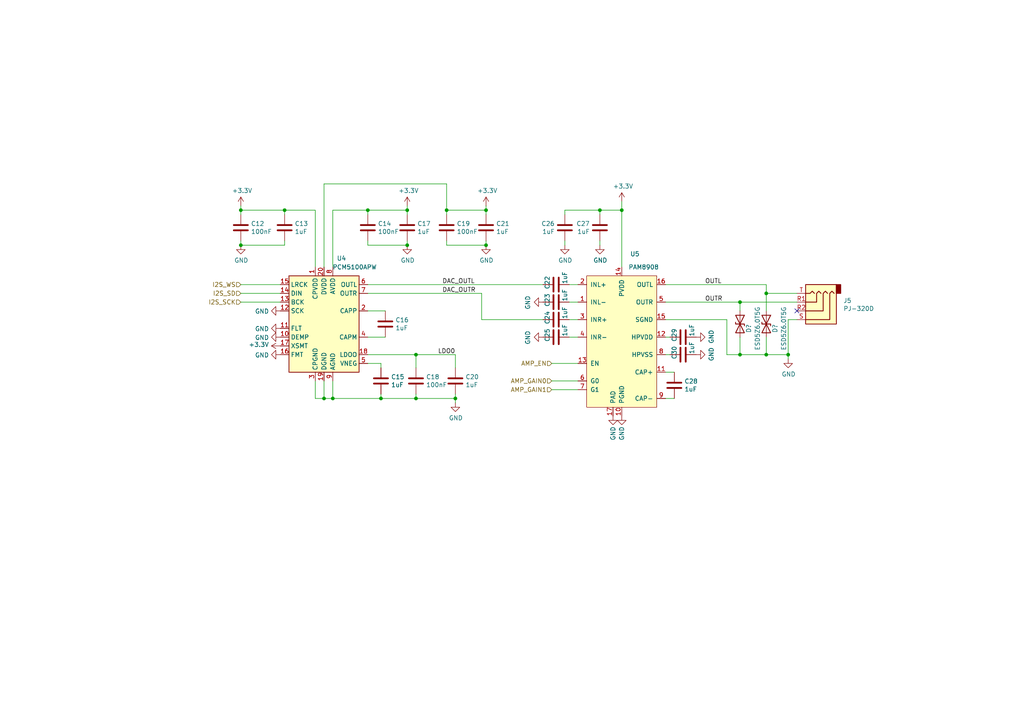
<source format=kicad_sch>
(kicad_sch (version 20230221) (generator eeschema)
  (paper "A4")
  (lib_symbols
    (symbol "Audio:PCM5100"
      (property "Reference" "U" (at -10.16 13.97 0))
      (property "Value" "PCM5100" (at 3.81 13.97 0))
      (symbol "PCM5100_0_1"
        (rectangle (start -10.16 12.7) (end 10.16 -15.24) (stroke (width 0.254)) (fill (type background)))
      )
      (symbol "PCM5100_1_1"
        (pin passive line (at -2.54 15.24 270) (length 2.54) (name "CPVDD") (number "1"))
        (pin input line (at -12.7 -5.08 0) (length 2.54) (name "DEMP") (number "10"))
        (pin input line (at -12.7 -2.54 0) (length 2.54) (name "FLT") (number "11"))
        (pin input line (at -12.7 2.54 0) (length 2.54) (name "SCK") (number "12"))
        (pin input line (at -12.7 5.08 0) (length 2.54) (name "BCK") (number "13"))
        (pin input line (at -12.7 7.62 0) (length 2.54) (name "DIN") (number "14"))
        (pin input line (at -12.7 10.16 0) (length 2.54) (name "LRCK") (number "15"))
        (pin input line (at -12.7 -10.16 0) (length 2.54) (name "FMT") (number "16"))
        (pin input line (at -12.7 -7.62 0) (length 2.54) (name "XSMT") (number "17"))
        (pin passive line (at 12.7 -10.16 180) (length 2.54) (name "LDOO") (number "18"))
        (pin power_in line (at 0 -17.78 90) (length 2.54) (name "DGND") (number "19"))
        (pin passive line (at 12.7 2.54 180) (length 2.54) (name "CAPP") (number "2"))
        (pin power_in line (at 0 15.24 270) (length 2.54) (name "DVDD") (number "20"))
        (pin power_in line (at -2.54 -17.78 90) (length 2.54) (name "CPGND") (number "3"))
        (pin passive line (at 12.7 -5.08 180) (length 2.54) (name "CAPM") (number "4"))
        (pin passive line (at 12.7 -12.7 180) (length 2.54) (name "VNEG") (number "5"))
        (pin output line (at 12.7 10.16 180) (length 2.54) (name "OUTL") (number "6"))
        (pin output line (at 12.7 7.62 180) (length 2.54) (name "OUTR") (number "7"))
        (pin power_in line (at 2.54 15.24 270) (length 2.54) (name "AVDD") (number "8"))
        (pin power_in line (at 2.54 -17.78 90) (length 2.54) (name "AGND") (number "9"))
      )
    )
    (symbol "Connector_Audio:AudioJack4"
      (property "Reference" "J" (at 0 8.89 0))
      (property "Value" "AudioJack4" (at 0 6.35 0))
      (symbol "AudioJack4_0_1"
        (rectangle (start -6.35 -5.08) (end -7.62 -7.62) (stroke (width 0.254)) (fill (type outline)))
        (polyline (pts (xy 0 -5.08) (xy 0.635 -5.715) (xy 1.27 -5.08) (xy 2.54 -5.08)) (stroke (width 0.254)))
        (polyline (pts (xy -5.715 -5.08) (xy -5.08 -5.715) (xy -4.445 -5.08) (xy -4.445 2.54) (xy 2.54 2.54)) (stroke (width 0.254)))
        (polyline (pts (xy -1.905 -5.08) (xy -1.27 -5.715) (xy -0.635 -5.08) (xy -0.635 -2.54) (xy 2.54 -2.54)) (stroke (width 0.254)))
        (polyline (pts (xy 2.54 0) (xy -2.54 0) (xy -2.54 -5.08) (xy -3.175 -5.715) (xy -3.81 -5.08)) (stroke (width 0.254)))
        (rectangle (start 2.54 3.81) (end -6.35 -7.62) (stroke (width 0.254)) (fill (type background)))
      )
      (symbol "AudioJack4_1_1"
        (pin passive line (at 5.08 -2.54 180) (length 2.54) (name "~") (number "R1"))
        (pin passive line (at 5.08 0 180) (length 2.54) (name "~") (number "R2"))
        (pin passive line (at 5.08 2.54 180) (length 2.54) (name "~") (number "S"))
        (pin passive line (at 5.08 -5.08 180) (length 2.54) (name "~") (number "T"))
      )
    )
    (symbol "Device:C" (pin_numbers hide) (pin_names (offset 0.254))
      (property "Reference" "C" (at 0.635 2.54 0))
      (property "Value" "C" (at 0.635 -2.54 0))
      (symbol "C_0_1"
        (polyline (pts (xy -2.032 -0.762) (xy 2.032 -0.762)) (stroke (width 0.508)))
        (polyline (pts (xy -2.032 0.762) (xy 2.032 0.762)) (stroke (width 0.508)))
      )
      (symbol "C_1_1"
        (pin passive line (at 0 3.81 270) (length 2.794) (name "~") (number "1"))
        (pin passive line (at 0 -3.81 90) (length 2.794) (name "~") (number "2"))
      )
    )
    (symbol "Device:D_TVS" (pin_numbers hide) (pin_names (offset 1.016) hide)
      (property "Reference" "D" (at 0 2.54 0))
      (property "Value" "D_TVS" (at 0 -2.54 0))
      (symbol "D_TVS_0_1"
        (polyline (pts (xy 1.27 0) (xy -1.27 0)))
        (polyline (pts (xy 0.508 1.27) (xy 0 1.27) (xy 0 -1.27) (xy -0.508 -1.27)) (stroke (width 0.254)))
        (polyline (pts (xy -2.54 1.27) (xy -2.54 -1.27) (xy 2.54 1.27) (xy 2.54 -1.27) (xy -2.54 1.27)) (stroke (width 0.254)))
      )
      (symbol "D_TVS_1_1"
        (pin passive line (at -3.81 0 0) (length 2.54) (name "A1") (number "1"))
        (pin passive line (at 3.81 0 180) (length 2.54) (name "A2") (number "2"))
      )
    )
    (symbol "j_Amplifier_Audio:PAM8908" (pin_names (offset 1.016))
      (property "Reference" "U" (at 2.54 -20.32 0))
      (property "Value" "PAM8908" (at 6.35 -22.86 0))
      (symbol "PAM8908_0_1"
        (rectangle (start -10.16 19.05) (end 10.16 -19.05) (fill (type background)))
      )
      (symbol "PAM8908_1_1"
        (pin input line (at -12.7 11.43 0) (length 2.54) (name "INL-") (number "1"))
        (pin power_in line (at 0 -21.59 90) (length 2.54) (name "PGND") (number "10"))
        (pin output line (at 12.7 -8.89 180) (length 2.54) (name "CAP+") (number "11"))
        (pin power_out line (at 12.7 1.27 180) (length 2.54) (name "HPVDD") (number "12"))
        (pin input line (at -12.7 -6.35 0) (length 2.54) (name "EN") (number "13"))
        (pin power_in line (at 0 21.59 270) (length 2.54) (name "PVDD") (number "14"))
        (pin input line (at 12.7 6.35 180) (length 2.54) (name "SGND") (number "15"))
        (pin output line (at 12.7 16.51 180) (length 2.54) (name "OUTL") (number "16"))
        (pin passive line (at -2.54 -21.59 90) (length 2.54) (name "PAD") (number "17"))
        (pin input line (at -12.7 16.51 0) (length 2.54) (name "INL+") (number "2"))
        (pin input line (at -12.7 6.35 0) (length 2.54) (name "INR+") (number "3"))
        (pin input line (at -12.7 1.27 0) (length 2.54) (name "INR-") (number "4"))
        (pin output line (at 12.7 11.43 180) (length 2.54) (name "OUTR") (number "5"))
        (pin input line (at -12.7 -11.43 0) (length 2.54) (name "G0") (number "6"))
        (pin input line (at -12.7 -13.97 0) (length 2.54) (name "G1") (number "7"))
        (pin output line (at 12.7 -3.81 180) (length 2.54) (name "HPVSS") (number "8"))
        (pin output line (at 12.7 -16.51 180) (length 2.54) (name "CAP-") (number "9"))
      )
    )
    (symbol "power:+3.3V" (power) (pin_names (offset 0))
      (property "Value" "+3.3V" (at 0 3.556 0))
      (symbol "+3.3V_0_1"
        (polyline (pts (xy -0.762 1.27) (xy 0 2.54)))
        (polyline (pts (xy 0 0) (xy 0 2.54)))
        (polyline (pts (xy 0 2.54) (xy 0.762 1.27)))
      )
      (symbol "+3.3V_1_1"
        (pin power_in line (at 0 0 90) (length 0) hide (name "+3.3V") (number "1"))
      )
    )
    (symbol "power:GND" (power) (pin_names (offset 0))
      (property "Value" "GND" (at 0 -3.81 0))
      (symbol "GND_0_1"
        (polyline (pts (xy 0 0) (xy 0 -1.27) (xy 1.27 -1.27) (xy 0 -2.54) (xy -1.27 -1.27) (xy 0 -1.27)))
      )
      (symbol "GND_1_1"
        (pin power_in line (at 0 0 270) (length 0) hide (name "GND") (number "1"))
      )
    )
  )
  (junction (at 93.98 115.57))
  (junction (at 180.34 60.96))
  (junction (at 69.85 60.96))
  (junction (at 214.63 87.63))
  (junction (at 222.25 85.09))
  (junction (at 118.11 71.12))
  (junction (at 132.08 115.57))
  (junction (at 96.52 115.57))
  (junction (at 120.65 115.57))
  (junction (at 214.63 102.87))
  (junction (at 106.68 60.96))
  (junction (at 173.99 60.96))
  (junction (at 140.97 71.12))
  (junction (at 228.6 102.87))
  (junction (at 82.55 60.96))
  (junction (at 110.49 115.57))
  (junction (at 69.85 71.12))
  (junction (at 120.65 102.87))
  (junction (at 129.54 60.96))
  (junction (at 222.25 102.87))
  (junction (at 140.97 60.96))
  (junction (at 118.11 60.96))
  (no_connect (at 231.14 90.17))
  (wire (pts (xy 82.55 62.23) (xy 82.55 60.96)))
  (wire (pts (xy 106.68 82.55) (xy 157.48 82.55)))
  (wire (pts (xy 228.6 104.14) (xy 228.6 102.87)))
  (wire (pts (xy 129.54 53.34) (xy 129.54 60.96)))
  (wire (pts (xy 193.04 87.63) (xy 214.63 87.63)))
  (wire (pts (xy 173.99 71.12) (xy 173.99 69.85)))
  (wire (pts (xy 129.54 62.23) (xy 129.54 60.96)))
  (wire (pts (xy 120.65 115.57) (xy 132.08 115.57)))
  (wire (pts (xy 118.11 59.69) (xy 118.11 60.96)))
  (wire (pts (xy 165.1 97.79) (xy 167.64 97.79)))
  (wire (pts (xy 140.97 59.69) (xy 140.97 60.96)))
  (wire (pts (xy 165.1 92.71) (xy 167.64 92.71)))
  (wire (pts (xy 231.14 92.71) (xy 228.6 92.71)))
  (wire (pts (xy 129.54 69.85) (xy 129.54 71.12)))
  (wire (pts (xy 214.63 97.79) (xy 214.63 102.87)))
  (wire (pts (xy 180.34 58.42) (xy 180.34 60.96)))
  (wire (pts (xy 129.54 60.96) (xy 140.97 60.96)))
  (wire (pts (xy 69.85 69.85) (xy 69.85 71.12)))
  (wire (pts (xy 96.52 60.96) (xy 106.68 60.96)))
  (wire (pts (xy 222.25 102.87) (xy 228.6 102.87)))
  (wire (pts (xy 81.28 87.63) (xy 69.85 87.63)))
  (wire (pts (xy 81.28 85.09) (xy 69.85 85.09)))
  (wire (pts (xy 91.44 77.47) (xy 91.44 60.96)))
  (wire (pts (xy 173.99 60.96) (xy 173.99 62.23)))
  (wire (pts (xy 214.63 87.63) (xy 231.14 87.63)))
  (wire (pts (xy 93.98 115.57) (xy 91.44 115.57)))
  (wire (pts (xy 210.82 92.71) (xy 210.82 102.87)))
  (wire (pts (xy 163.83 60.96) (xy 173.99 60.96)))
  (wire (pts (xy 96.52 77.47) (xy 96.52 60.96)))
  (wire (pts (xy 106.68 69.85) (xy 106.68 71.12)))
  (wire (pts (xy 160.02 113.03) (xy 167.64 113.03)))
  (wire (pts (xy 82.55 71.12) (xy 82.55 69.85)))
  (wire (pts (xy 106.68 102.87) (xy 120.65 102.87)))
  (wire (pts (xy 193.04 102.87) (xy 194.31 102.87)))
  (wire (pts (xy 93.98 53.34) (xy 129.54 53.34)))
  (wire (pts (xy 106.68 71.12) (xy 118.11 71.12)))
  (wire (pts (xy 106.68 62.23) (xy 106.68 60.96)))
  (wire (pts (xy 222.25 85.09) (xy 231.14 85.09)))
  (wire (pts (xy 140.97 71.12) (xy 140.97 69.85)))
  (wire (pts (xy 194.31 97.79) (xy 193.04 97.79)))
  (wire (pts (xy 132.08 102.87) (xy 132.08 106.68)))
  (wire (pts (xy 180.34 60.96) (xy 180.34 77.47)))
  (wire (pts (xy 91.44 115.57) (xy 91.44 110.49)))
  (wire (pts (xy 106.68 90.17) (xy 111.76 90.17)))
  (wire (pts (xy 69.85 59.69) (xy 69.85 60.96)))
  (wire (pts (xy 106.68 85.09) (xy 139.7 85.09)))
  (wire (pts (xy 163.83 71.12) (xy 163.83 69.85)))
  (wire (pts (xy 69.85 60.96) (xy 69.85 62.23)))
  (wire (pts (xy 110.49 114.3) (xy 110.49 115.57)))
  (wire (pts (xy 81.28 82.55) (xy 69.85 82.55)))
  (wire (pts (xy 96.52 110.49) (xy 96.52 115.57)))
  (wire (pts (xy 214.63 87.63) (xy 214.63 90.17)))
  (wire (pts (xy 69.85 71.12) (xy 82.55 71.12)))
  (wire (pts (xy 193.04 92.71) (xy 210.82 92.71)))
  (wire (pts (xy 228.6 92.71) (xy 228.6 102.87)))
  (wire (pts (xy 222.25 90.17) (xy 222.25 85.09)))
  (wire (pts (xy 118.11 71.12) (xy 118.11 69.85)))
  (wire (pts (xy 120.65 114.3) (xy 120.65 115.57)))
  (wire (pts (xy 93.98 110.49) (xy 93.98 115.57)))
  (wire (pts (xy 160.02 105.41) (xy 167.64 105.41)))
  (wire (pts (xy 110.49 105.41) (xy 110.49 106.68)))
  (wire (pts (xy 193.04 115.57) (xy 195.58 115.57)))
  (wire (pts (xy 165.1 82.55) (xy 167.64 82.55)))
  (wire (pts (xy 106.68 97.79) (xy 111.76 97.79)))
  (wire (pts (xy 132.08 115.57) (xy 132.08 116.84)))
  (wire (pts (xy 173.99 60.96) (xy 180.34 60.96)))
  (wire (pts (xy 82.55 60.96) (xy 69.85 60.96)))
  (wire (pts (xy 193.04 107.95) (xy 195.58 107.95)))
  (wire (pts (xy 160.02 110.49) (xy 167.64 110.49)))
  (wire (pts (xy 222.25 97.79) (xy 222.25 102.87)))
  (wire (pts (xy 163.83 62.23) (xy 163.83 60.96)))
  (wire (pts (xy 120.65 106.68) (xy 120.65 102.87)))
  (wire (pts (xy 93.98 77.47) (xy 93.98 53.34)))
  (wire (pts (xy 210.82 102.87) (xy 214.63 102.87)))
  (wire (pts (xy 106.68 105.41) (xy 110.49 105.41)))
  (wire (pts (xy 96.52 115.57) (xy 93.98 115.57)))
  (wire (pts (xy 91.44 60.96) (xy 82.55 60.96)))
  (wire (pts (xy 222.25 82.55) (xy 222.25 85.09)))
  (wire (pts (xy 193.04 82.55) (xy 222.25 82.55)))
  (wire (pts (xy 110.49 115.57) (xy 120.65 115.57)))
  (wire (pts (xy 165.1 87.63) (xy 167.64 87.63)))
  (wire (pts (xy 118.11 60.96) (xy 118.11 62.23)))
  (wire (pts (xy 139.7 85.09) (xy 139.7 92.71)))
  (wire (pts (xy 214.63 102.87) (xy 222.25 102.87)))
  (wire (pts (xy 106.68 60.96) (xy 118.11 60.96)))
  (wire (pts (xy 139.7 92.71) (xy 157.48 92.71)))
  (wire (pts (xy 132.08 115.57) (xy 132.08 114.3)))
  (wire (pts (xy 120.65 102.87) (xy 132.08 102.87)))
  (wire (pts (xy 140.97 60.96) (xy 140.97 62.23)))
  (wire (pts (xy 110.49 115.57) (xy 96.52 115.57)))
  (wire (pts (xy 129.54 71.12) (xy 140.97 71.12)))
  (label "DAC_OUTR" (at 128.27 85.09 0))
  (label "OUTR" (at 204.47 87.63 0))
  (label "OUTL" (at 204.47 82.55 0))
  (label "DAC_OUTL" (at 128.27 82.55 0))
  (label "LDO0" (at 127 102.87 0))
  (hierarchical_label "I2S_SCK" (shape input) (at 69.85 87.63 180))
  (hierarchical_label "AMP_EN" (shape input) (at 160.02 105.41 180))
  (hierarchical_label "AMP_GAIN1" (shape input) (at 160.02 113.03 180))
  (hierarchical_label "I2S_SD" (shape input) (at 69.85 85.09 180))
  (hierarchical_label "I2S_WS" (shape input) (at 69.85 82.55 180))
  (hierarchical_label "AMP_GAIN0" (shape input) (at 160.02 110.49 180))
  (symbol (lib_id "Audio:PCM5100") (at 93.98 92.71 0) (unit 1)
    (property "Reference" "U4" (at 99.06 74.93 0))
    (property "Value" "PCM5100APW" (at 102.87 77.47 0))
    (property "Footprint" "Package_SO:TSSOP-20_4.4x6.5mm_P0.65mm" (effects hide))
    (property "Datasheet" "http://www.ti.com/lit/ds/symlink/pcm5100.pdf" (effects hide))
    (property "MPN" "PCM5100APWR" (effects hide))
    (property "LCSC" "C1540069" (effects hide))
    (property "Manufacturer" "Texas Instruments" (effects hide))
  )
  (symbol (lib_id "Device:C") (at 132.08 110.49 0) (unit 1)
    (property "Reference" "C20" (at 135.001 109.3216 0) (effects (justify left)))
    (property "Value" "1uF" (at 135.001 111.633 0) (effects (justify left)))
    (property "Footprint" "Capacitor_SMD:C_0603_1608Metric" (effects hide))
  )
  (symbol (lib_id "Device:C") (at 120.65 110.49 0) (unit 1)
    (property "Reference" "C18" (at 123.571 109.3216 0) (effects (justify left)))
    (property "Value" "100nF" (at 123.571 111.633 0) (effects (justify left)))
    (property "Footprint" "Capacitor_SMD:C_0402_1005Metric" (effects hide))
  )
  (symbol (lib_id "power:GND") (at 132.08 116.84 0) (unit 1)
    (property "Reference" "#PWR054" (effects hide))
    (property "Value" "GND" (at 132.207 121.2342 0))
  )
  (symbol (lib_id "Device:C") (at 118.11 66.04 0) (unit 1)
    (property "Reference" "C17" (at 121.031 64.8716 0) (effects (justify left)))
    (property "Value" "1uF" (at 121.031 67.183 0) (effects (justify left)))
    (property "Footprint" "Capacitor_SMD:C_0603_1608Metric" (effects hide))
  )
  (symbol (lib_id "Device:C") (at 106.68 66.04 0) (unit 1)
    (property "Reference" "C14" (at 109.601 64.8716 0) (effects (justify left)))
    (property "Value" "100nF" (at 109.601 67.183 0) (effects (justify left)))
    (property "Footprint" "Capacitor_SMD:C_0402_1005Metric" (effects hide))
  )
  (symbol (lib_id "power:GND") (at 118.11 71.12 0) (unit 1)
    (property "Reference" "#PWR053" (effects hide))
    (property "Value" "GND" (at 118.237 75.5142 0))
  )
  (symbol (lib_id "power:+3.3V") (at 118.11 59.69 0) (unit 1)
    (property "Reference" "#PWR052" (effects hide))
    (property "Value" "+3.3V" (at 118.491 55.2958 0))
  )
  (symbol (lib_id "Device:C") (at 111.76 93.98 0) (unit 1)
    (property "Reference" "C16" (at 114.681 92.8116 0) (effects (justify left)))
    (property "Value" "1uF" (at 114.681 95.123 0) (effects (justify left)))
    (property "Footprint" "Capacitor_SMD:C_0603_1608Metric" (effects hide))
  )
  (symbol (lib_id "Device:C") (at 110.49 110.49 0) (unit 1)
    (property "Reference" "C15" (at 113.411 109.3216 0) (effects (justify left)))
    (property "Value" "1uF" (at 113.411 111.633 0) (effects (justify left)))
    (property "Footprint" "Capacitor_SMD:C_0603_1608Metric" (effects hide))
  )
  (symbol (lib_id "power:GND") (at 81.28 90.17 270) (unit 1)
    (property "Reference" "#PWR047" (effects hide))
    (property "Value" "GND" (at 78.0288 90.297 90) (effects (justify right)))
  )
  (symbol (lib_id "power:GND") (at 81.28 95.25 270) (unit 1)
    (property "Reference" "#PWR048" (effects hide))
    (property "Value" "GND" (at 78.0288 95.377 90) (effects (justify right)))
  )
  (symbol (lib_id "power:GND") (at 81.28 102.87 270) (unit 1)
    (property "Reference" "#PWR051" (effects hide))
    (property "Value" "GND" (at 78.0288 102.997 90) (effects (justify right)))
  )
  (symbol (lib_id "power:GND") (at 81.28 97.79 270) (unit 1)
    (property "Reference" "#PWR049" (effects hide))
    (property "Value" "GND" (at 78.0288 97.917 90) (effects (justify right)))
  )
  (symbol (lib_id "power:+3.3V") (at 81.28 100.33 90) (unit 1)
    (property "Reference" "#PWR050" (effects hide))
    (property "Value" "+3.3V" (at 78.0288 99.949 90) (effects (justify left)))
  )
  (symbol (lib_id "Device:C") (at 69.85 66.04 0) (unit 1)
    (property "Reference" "C12" (at 72.771 64.8716 0) (effects (justify left)))
    (property "Value" "100nF" (at 72.771 67.183 0) (effects (justify left)))
    (property "Footprint" "Capacitor_SMD:C_0402_1005Metric" (effects hide))
  )
  (symbol (lib_id "power:GND") (at 177.8 120.65 0) (unit 1)
    (property "Reference" "#PWR061" (effects hide))
    (property "Value" "GND" (at 177.8 125.73 90))
  )
  (symbol (lib_id "j_Amplifier_Audio:PAM8908") (at 180.34 99.06 0) (unit 1)
    (property "Reference" "U5" (at 184.15 73.66 0))
    (property "Value" "PAM8908" (at 186.69 77.47 0))
    (property "Footprint" "Package_DFN_QFN:QFN-16-1EP_3x3mm_P0.5mm_EP1.7x1.7mm" (effects hide))
    (property "MPN" "PAM8908" (effects hide))
    (property "LCSC" "C33233" (effects hide))
    (property "Manufacturer" "Diodes Incorporated" (effects hide))
  )
  (symbol (lib_id "Device:C") (at 195.58 111.76 0) (unit 1)
    (property "Reference" "C28" (at 198.501 110.5916 0) (effects (justify left)))
    (property "Value" "1uF" (at 198.501 112.903 0) (effects (justify left)))
    (property "Footprint" "Capacitor_SMD:C_0603_1608Metric" (effects hide))
  )
  (symbol (lib_id "Device:C") (at 198.12 97.79 270) (unit 1)
    (property "Reference" "C29" (at 195.58 95.25 0) (effects (justify left)))
    (property "Value" "1uF" (at 200.66 93.98 0) (effects (justify left)))
    (property "Footprint" "Capacitor_SMD:C_0603_1608Metric" (effects hide))
  )
  (symbol (lib_id "Device:C") (at 198.12 102.87 270) (unit 1)
    (property "Reference" "C30" (at 195.58 100.33 0) (effects (justify left)))
    (property "Value" "1uF" (at 200.66 99.06 0) (effects (justify left)))
    (property "Footprint" "Capacitor_SMD:C_0603_1608Metric" (effects hide))
  )
  (symbol (lib_id "power:GND") (at 201.93 97.79 90) (unit 1)
    (property "Reference" "#PWR064" (effects hide))
    (property "Value" "GND" (at 206.3242 97.663 0))
  )
  (symbol (lib_id "power:GND") (at 201.93 102.87 90) (unit 1)
    (property "Reference" "#PWR065" (effects hide))
    (property "Value" "GND" (at 206.3242 102.743 0))
  )
  (symbol (lib_id "Device:C") (at 161.29 82.55 270) (unit 1)
    (property "Reference" "C22" (at 158.75 80.01 0) (effects (justify left)))
    (property "Value" "1uF" (at 163.83 78.74 0) (effects (justify left)))
    (property "Footprint" "Capacitor_SMD:C_0603_1608Metric" (effects hide))
  )
  (symbol (lib_id "Device:C") (at 161.29 87.63 270) (unit 1)
    (property "Reference" "C23" (at 158.75 85.09 0) (effects (justify left)))
    (property "Value" "1uF" (at 163.83 83.82 0) (effects (justify left)))
    (property "Footprint" "Capacitor_SMD:C_0603_1608Metric" (effects hide))
  )
  (symbol (lib_id "Device:C") (at 161.29 92.71 270) (unit 1)
    (property "Reference" "C24" (at 158.75 90.17 0) (effects (justify left)))
    (property "Value" "1uF" (at 163.83 88.9 0) (effects (justify left)))
    (property "Footprint" "Capacitor_SMD:C_0603_1608Metric" (effects hide))
  )
  (symbol (lib_id "Device:C") (at 161.29 97.79 270) (unit 1)
    (property "Reference" "C25" (at 158.75 95.25 0) (effects (justify left)))
    (property "Value" "1uF" (at 163.83 93.98 0) (effects (justify left)))
    (property "Footprint" "Capacitor_SMD:C_0603_1608Metric" (effects hide))
  )
  (symbol (lib_id "power:GND") (at 157.48 87.63 270) (unit 1)
    (property "Reference" "#PWR057" (effects hide))
    (property "Value" "GND" (at 153.0858 87.757 0))
  )
  (symbol (lib_id "power:GND") (at 157.48 97.79 270) (unit 1)
    (property "Reference" "#PWR058" (effects hide))
    (property "Value" "GND" (at 153.0858 97.917 0))
  )
  (symbol (lib_id "power:GND") (at 180.34 120.65 0) (unit 1)
    (property "Reference" "#PWR063" (effects hide))
    (property "Value" "GND" (at 180.34 125.73 90))
  )
  (symbol (lib_id "Device:C") (at 173.99 66.04 0) (mirror y) (unit 1)
    (property "Reference" "C27" (at 171.069 64.8716 0) (effects (justify left)))
    (property "Value" "1uF" (at 171.069 67.183 0) (effects (justify left)))
    (property "Footprint" "Capacitor_SMD:C_0603_1608Metric" (effects hide))
  )
  (symbol (lib_id "Device:C") (at 163.83 66.04 0) (mirror y) (unit 1)
    (property "Reference" "C26" (at 160.909 64.8716 0) (effects (justify left)))
    (property "Value" "1uF" (at 160.909 67.183 0) (effects (justify left)))
    (property "Footprint" "Capacitor_SMD:C_0603_1608Metric" (effects hide))
  )
  (symbol (lib_id "power:GND") (at 173.99 71.12 0) (unit 1)
    (property "Reference" "#PWR060" (effects hide))
    (property "Value" "GND" (at 174.117 75.5142 0))
  )
  (symbol (lib_id "power:GND") (at 163.83 71.12 0) (unit 1)
    (property "Reference" "#PWR059" (effects hide))
    (property "Value" "GND" (at 163.957 75.5142 0))
  )
  (symbol (lib_id "Device:C") (at 82.55 66.04 0) (unit 1)
    (property "Reference" "C13" (at 85.471 64.8716 0) (effects (justify left)))
    (property "Value" "1uF" (at 85.471 67.183 0) (effects (justify left)))
    (property "Footprint" "Capacitor_SMD:C_0603_1608Metric" (effects hide))
  )
  (symbol (lib_id "power:+3.3V") (at 69.85 59.69 0) (unit 1)
    (property "Reference" "#PWR045" (effects hide))
    (property "Value" "+3.3V" (at 70.231 55.2958 0))
  )
  (symbol (lib_id "power:GND") (at 69.85 71.12 0) (unit 1)
    (property "Reference" "#PWR046" (effects hide))
    (property "Value" "GND" (at 69.977 75.5142 0))
  )
  (symbol (lib_id "Device:C") (at 140.97 66.04 0) (unit 1)
    (property "Reference" "C21" (at 143.891 64.8716 0) (effects (justify left)))
    (property "Value" "1uF" (at 143.891 67.183 0) (effects (justify left)))
    (property "Footprint" "Capacitor_SMD:C_0603_1608Metric" (effects hide))
  )
  (symbol (lib_id "Device:C") (at 129.54 66.04 0) (unit 1)
    (property "Reference" "C19" (at 132.461 64.8716 0) (effects (justify left)))
    (property "Value" "100nF" (at 132.461 67.183 0) (effects (justify left)))
    (property "Footprint" "Capacitor_SMD:C_0402_1005Metric" (effects hide))
  )
  (symbol (lib_id "power:GND") (at 140.97 71.12 0) (unit 1)
    (property "Reference" "#PWR056" (effects hide))
    (property "Value" "GND" (at 141.097 75.5142 0))
  )
  (symbol (lib_id "power:+3.3V") (at 140.97 59.69 0) (unit 1)
    (property "Reference" "#PWR055" (effects hide))
    (property "Value" "+3.3V" (at 141.351 55.2958 0))
  )
  (symbol (lib_id "power:+3.3V") (at 180.34 58.42 0) (unit 1)
    (property "Reference" "#PWR062" (effects hide))
    (property "Value" "+3.3V" (at 180.721 54.0258 0))
  )
  (symbol (lib_id "power:GND") (at 228.6 104.14 0) (unit 1)
    (property "Reference" "#PWR066" (effects hide))
    (property "Value" "GND" (at 228.727 108.5342 0))
  )
  (symbol (lib_id "Device:D_TVS") (at 222.25 93.98 270) (unit 1)
    (property "Reference" "D?" (at 224.79 93.98 0) (effects (justify left)))
    (property "Value" " ESD5Z6.0T5G" (at 227.33 88.9 0) (effects (justify left)))
    (property "Footprint" "jeffmakes-footprints:SOD-523-numbered-pads" (effects hide))
    (property "MPN" "ESD5Z5.0VC" (effects hide))
    (property "LCSC" "C261278" (effects hide))
    (instances (project "tr23-badge-r1" (path "" (reference "D?") (unit 1)) (path "" (reference "D?") (unit 1)) (path "" (reference "D9") (unit 1))))
  )
  (symbol (lib_id "Device:D_TVS") (at 214.63 93.98 270) (unit 1)
    (property "Reference" "D?" (at 217.17 93.98 0) (effects (justify left)))
    (property "Value" " ESD5Z6.0T5G" (at 219.71 88.9 0) (effects (justify left)))
    (property "Footprint" "jeffmakes-footprints:SOD-523-numbered-pads" (effects hide))
    (property "MPN" "ESD5Z5.0VC" (effects hide))
    (property "LCSC" "C261278" (effects hide))
    (instances (project "tr23-badge-r1" (path "" (reference "D?") (unit 1)) (path "" (reference "D?") (unit 1)) (path "" (reference "D8") (unit 1))))
  )
  (symbol (lib_id "Connector_Audio:AudioJack4") (at 236.22 90.17 180) (unit 1)
    (property "Reference" "J5" (at 244.602 87.1982 0) (effects (justify right)))
    (property "Value" "PJ-320D" (at 244.602 89.5096 0) (effects (justify right)))
    (property "Footprint" "Connector_Audio:Jack_3.5mm_PJ320D_Horizontal_strengthening-vias" (effects hide))
    (property "MPN" "PJ-320D" (effects hide))
    (property "LCSC" "C431535" (effects hide))
    (property "Manufacturer" "HRO" (effects hide))
  )
)
</source>
